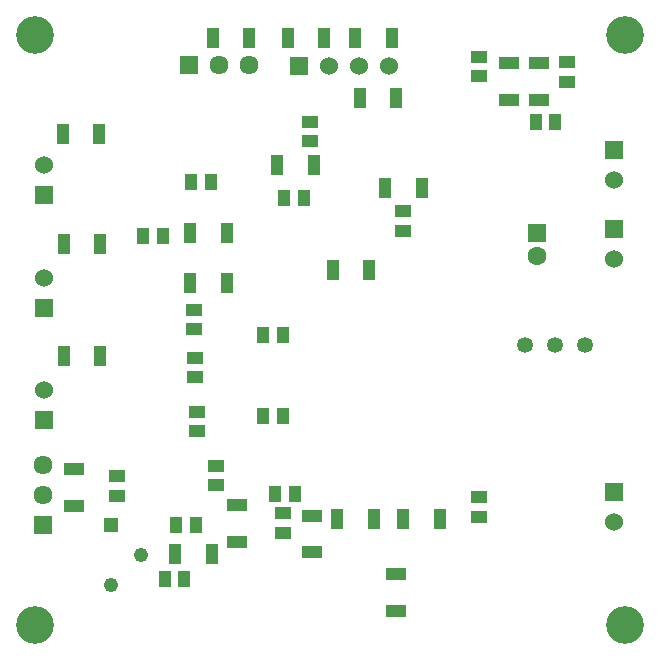
<source format=gbr>
%TF.GenerationSoftware,KiCad,Pcbnew,8.0.0*%
%TF.CreationDate,2024-04-17T18:01:46+02:00*%
%TF.ProjectId,TSAL,5453414c-2e6b-4696-9361-645f70636258,V2.0*%
%TF.SameCoordinates,Original*%
%TF.FileFunction,Soldermask,Bot*%
%TF.FilePolarity,Negative*%
%FSLAX46Y46*%
G04 Gerber Fmt 4.6, Leading zero omitted, Abs format (unit mm)*
G04 Created by KiCad (PCBNEW 8.0.0) date 2024-04-17 18:01:46*
%MOMM*%
%LPD*%
G01*
G04 APERTURE LIST*
%ADD10C,3.200000*%
%ADD11R,1.530000X1.530000*%
%ADD12C,1.530000*%
%ADD13R,1.600000X1.600000*%
%ADD14C,1.600000*%
%ADD15R,1.610000X1.610000*%
%ADD16C,1.610000*%
%ADD17C,1.350000*%
%ADD18R,1.217000X1.217000*%
%ADD19C,1.217000*%
%ADD20R,1.070000X1.470000*%
%ADD21R,1.470000X1.070000*%
%ADD22R,1.800000X1.050000*%
%ADD23R,1.050000X1.800000*%
G04 APERTURE END LIST*
D10*
%TO.C,H1*%
X152750000Y-30250000D03*
%TD*%
D11*
%TO.C,J7*%
X125095000Y-32902680D03*
D12*
X127635000Y-32902680D03*
X130175000Y-32902680D03*
X132715000Y-32902680D03*
%TD*%
D11*
%TO.C,J6*%
X151840000Y-46720000D03*
D12*
X151840000Y-49260000D03*
%TD*%
D13*
%TO.C,C13*%
X145295120Y-47012197D03*
D14*
X145295120Y-49012197D03*
%TD*%
D11*
%TO.C,J2*%
X103505000Y-53340000D03*
D12*
X103505000Y-50800000D03*
%TD*%
D10*
%TO.C,H2*%
X102750000Y-30250000D03*
%TD*%
D11*
%TO.C,J5*%
X151840000Y-68945000D03*
D12*
X151840000Y-71485000D03*
%TD*%
D15*
%TO.C,J8*%
X115815000Y-32827680D03*
D16*
X118355000Y-32827680D03*
X120895000Y-32827680D03*
%TD*%
D15*
%TO.C,J4*%
X103430000Y-71755000D03*
D16*
X103430000Y-69215000D03*
X103430000Y-66675000D03*
%TD*%
D10*
%TO.C,H4*%
X152750000Y-80250000D03*
%TD*%
D11*
%TO.C,J9*%
X151765000Y-40005000D03*
D12*
X151765000Y-42545000D03*
%TD*%
D17*
%TO.C,PS1*%
X149342320Y-56515000D03*
X146802320Y-56515000D03*
X144262320Y-56515000D03*
%TD*%
D18*
%TO.C,RV1*%
X109215000Y-71755000D03*
D19*
X111755000Y-74295000D03*
X109215000Y-76835000D03*
%TD*%
D10*
%TO.C,H3*%
X102750000Y-80250000D03*
%TD*%
D11*
%TO.C,J1*%
X103505000Y-43815000D03*
D12*
X103505000Y-41275000D03*
%TD*%
D11*
%TO.C,J3*%
X103505000Y-62865000D03*
D12*
X103505000Y-60325000D03*
%TD*%
D20*
%TO.C,C19*%
X145210872Y-37613489D03*
X146850872Y-37613489D03*
%TD*%
D21*
%TO.C,C21*%
X118110000Y-68384000D03*
X118110000Y-66744000D03*
%TD*%
D22*
%TO.C,R17*%
X145415000Y-35727500D03*
X145415000Y-32627500D03*
%TD*%
D20*
%TO.C,C17*%
X122116000Y-62484000D03*
X123756000Y-62484000D03*
%TD*%
D23*
%TO.C,R10*%
X117755000Y-74168000D03*
X114655000Y-74168000D03*
%TD*%
D22*
%TO.C,R35*%
X126238000Y-70967000D03*
X126238000Y-74067000D03*
%TD*%
D21*
%TO.C,C1*%
X123747236Y-70766062D03*
X123747236Y-72406062D03*
%TD*%
D20*
%TO.C,C11*%
X122100905Y-55652074D03*
X123740905Y-55652074D03*
%TD*%
D23*
%TO.C,R5*%
X108305000Y-47990000D03*
X105205000Y-47990000D03*
%TD*%
D21*
%TO.C,C7*%
X109728000Y-69277650D03*
X109728000Y-67637650D03*
%TD*%
D23*
%TO.C,R34*%
X135535000Y-43180000D03*
X132435000Y-43180000D03*
%TD*%
D20*
%TO.C,C14*%
X123132000Y-69088000D03*
X124772000Y-69088000D03*
%TD*%
D21*
%TO.C,C5*%
X147790967Y-34222001D03*
X147790967Y-32582001D03*
%TD*%
D23*
%TO.C,R32*%
X123265000Y-41275000D03*
X126365000Y-41275000D03*
%TD*%
%TO.C,R33*%
X133959000Y-71247000D03*
X137059000Y-71247000D03*
%TD*%
D20*
%TO.C,C18*%
X114750000Y-71755000D03*
X116390000Y-71755000D03*
%TD*%
D23*
%TO.C,R11*%
X124180000Y-30480000D03*
X127280000Y-30480000D03*
%TD*%
%TO.C,R14*%
X130276000Y-35560000D03*
X133376000Y-35560000D03*
%TD*%
D21*
%TO.C,C3*%
X133975279Y-46818306D03*
X133975279Y-45178306D03*
%TD*%
D22*
%TO.C,R16*%
X106045000Y-70130000D03*
X106045000Y-67030000D03*
%TD*%
D21*
%TO.C,C20*%
X116528000Y-63812000D03*
X116528000Y-62172000D03*
%TD*%
D20*
%TO.C,C2*%
X113792000Y-76327000D03*
X115432000Y-76327000D03*
%TD*%
%TO.C,C16*%
X116020000Y-42672000D03*
X117660000Y-42672000D03*
%TD*%
D22*
%TO.C,R19*%
X119888000Y-73178000D03*
X119888000Y-70078000D03*
%TD*%
D23*
%TO.C,R12*%
X132995000Y-30480000D03*
X129895000Y-30480000D03*
%TD*%
D20*
%TO.C,C4*%
X123894000Y-44069000D03*
X125534000Y-44069000D03*
%TD*%
D23*
%TO.C,R29*%
X131090000Y-50165000D03*
X127990000Y-50165000D03*
%TD*%
D22*
%TO.C,R15*%
X142875000Y-32627500D03*
X142875000Y-35727500D03*
%TD*%
D21*
%TO.C,C8*%
X140393322Y-71052060D03*
X140393322Y-69412060D03*
%TD*%
%TO.C,C15*%
X140335000Y-32087500D03*
X140335000Y-33727500D03*
%TD*%
%TO.C,C9*%
X126091553Y-37634380D03*
X126091553Y-39274380D03*
%TD*%
D23*
%TO.C,R36*%
X131471000Y-71247000D03*
X128371000Y-71247000D03*
%TD*%
D21*
%TO.C,C12*%
X116332000Y-59240000D03*
X116332000Y-57600000D03*
%TD*%
%TO.C,C6*%
X116205000Y-55176000D03*
X116205000Y-53536000D03*
%TD*%
D23*
%TO.C,R9*%
X119025000Y-46990000D03*
X115925000Y-46990000D03*
%TD*%
%TO.C,R8*%
X108305000Y-57404000D03*
X105205000Y-57404000D03*
%TD*%
%TO.C,R13*%
X117830000Y-30480000D03*
X120930000Y-30480000D03*
%TD*%
%TO.C,R31*%
X115918450Y-51243969D03*
X119018450Y-51243969D03*
%TD*%
%TO.C,R3*%
X108230000Y-38608000D03*
X105130000Y-38608000D03*
%TD*%
D20*
%TO.C,C10*%
X111956000Y-47244000D03*
X113596000Y-47244000D03*
%TD*%
D22*
%TO.C,R1*%
X133350000Y-79020000D03*
X133350000Y-75920000D03*
%TD*%
M02*

</source>
